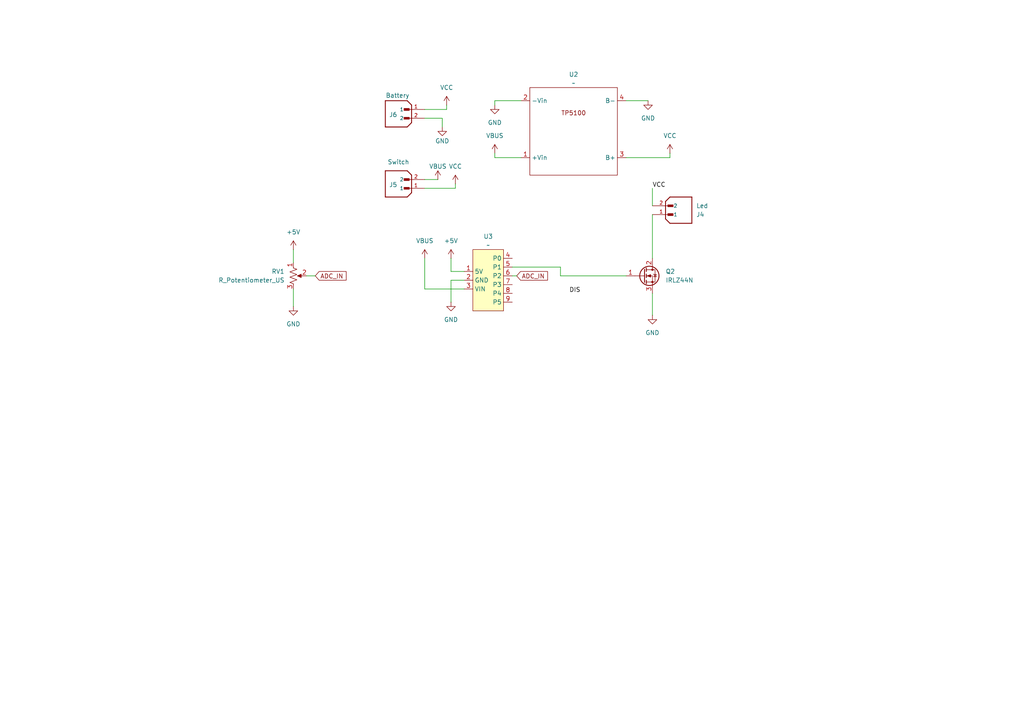
<source format=kicad_sch>
(kicad_sch (version 20231120) (generator "eeschema") (generator_version "8.0")
  (paper "A4")
  (lib_symbols
    (symbol "B2B-XH-A_LF__SN_:B2B-XH-A_LF__SN_" (pin_names (offset 1.016))
      (property "Reference" "J" (at -2.54 6.35 0))
      (property "Value" "B2B-XH-A_LF__SN_" (at -2.54 -5.08 0))
      (symbol "B2B-XH-A_LF__SN__0_0"
        (rectangle (start -3.175 -0.3175) (end -1.5875 0.3175) (stroke (width 0.1)) (fill (type outline)))
        (rectangle (start -3.175 2.2225) (end -1.5875 2.8575) (stroke (width 0.1)) (fill (type outline)))
        (polyline (pts (xy -3.81 -1.27) (xy -2.54 -2.54)) (stroke (width 0.254)))
        (polyline (pts (xy -3.81 3.81) (xy -3.81 -1.27)) (stroke (width 0.254)))
        (polyline (pts (xy -3.81 3.81) (xy -2.54 5.08)) (stroke (width 0.254)))
        (polyline (pts (xy -2.54 -2.54) (xy 3.81 -2.54)) (stroke (width 0.254)))
        (polyline (pts (xy 3.81 -2.54) (xy 3.81 5.08)) (stroke (width 0.254)))
        (polyline (pts (xy 3.81 5.08) (xy -2.54 5.08)) (stroke (width 0.254)))
        (pin passive line (at -7.62 2.54 0) (length 5.08) (name "1") (number "1"))
        (pin passive line (at -7.62 0 0) (length 5.08) (name "2") (number "2"))
      )
    )
    (symbol "Device:R_Potentiometer_US" (pin_names (offset 1.016) hide)
      (property "Reference" "RV" (at -4.445 0 90))
      (property "Value" "R_Potentiometer_US" (at -2.54 0 90))
      (symbol "R_Potentiometer_US_0_1"
        (polyline (pts (xy 0 -2.286) (xy 0 -2.54)))
        (polyline (pts (xy 0 2.54) (xy 0 2.286)))
        (polyline (pts (xy 2.54 0) (xy 1.524 0)))
        (polyline (pts (xy 1.143 0) (xy 2.286 0.508) (xy 2.286 -0.508) (xy 1.143 0)) (fill (type outline)))
        (polyline (pts (xy 0 -0.762) (xy 1.016 -1.143) (xy 0 -1.524) (xy -1.016 -1.905) (xy 0 -2.286)))
        (polyline (pts (xy 0 0.762) (xy 1.016 0.381) (xy 0 0) (xy -1.016 -0.381) (xy 0 -0.762)))
        (polyline (pts (xy 0 2.286) (xy 1.016 1.905) (xy 0 1.524) (xy -1.016 1.143) (xy 0 0.762)))
      )
      (symbol "R_Potentiometer_US_1_1"
        (pin passive line (at 0 3.81 270) (length 1.27) (name "1") (number "1"))
        (pin passive line (at 3.81 0 180) (length 1.27) (name "2") (number "2"))
        (pin passive line (at 0 -3.81 90) (length 1.27) (name "3") (number "3"))
      )
    )
    (symbol "New_Library:ATTiny85-Digispark"
      (property "Reference" "U" (at 4.572 1.27 0))
      (symbol "ATTiny85-Digispark_1_1"
        (rectangle (start 0 12.7) (end 8.89 -5.08) (fill (type background)))
        (pin power_out line (at -2.54 6.35 0) (length 2.54) (name "5V") (number "1"))
        (pin power_out line (at -2.54 3.81 0) (length 2.54) (name "GND") (number "2"))
        (pin power_in line (at -2.54 1.27 0) (length 2.54) (name "VIN") (number "3"))
        (pin bidirectional line (at 11.43 10.16 180) (length 2.54) (name "P0") (number "4"))
        (pin bidirectional line (at 11.43 7.62 180) (length 2.54) (name "P1") (number "5"))
        (pin bidirectional line (at 11.43 5.08 180) (length 2.54) (name "P2") (number "6"))
        (pin bidirectional line (at 11.43 2.54 180) (length 2.54) (name "P3") (number "7"))
        (pin bidirectional line (at 11.43 0 180) (length 2.54) (name "P4") (number "8"))
        (pin bidirectional line (at 11.43 -2.54 180) (length 2.54) (name "P5") (number "9"))
      )
    )
    (symbol "Transistor_FET:IRLZ44N" (pin_names hide)
      (property "Reference" "Q" (at 5.08 1.905 0))
      (property "Value" "IRLZ44N" (at 5.08 0 0))
      (symbol "IRLZ44N_0_1"
        (polyline (pts (xy 0.254 0) (xy -2.54 0)))
        (polyline (pts (xy 0.254 1.905) (xy 0.254 -1.905)) (stroke (width 0.254)))
        (polyline (pts (xy 0.762 -1.27) (xy 0.762 -2.286)) (stroke (width 0.254)))
        (polyline (pts (xy 0.762 0.508) (xy 0.762 -0.508)) (stroke (width 0.254)))
        (polyline (pts (xy 0.762 2.286) (xy 0.762 1.27)) (stroke (width 0.254)))
        (polyline (pts (xy 2.54 2.54) (xy 2.54 1.778)))
        (polyline (pts (xy 2.54 -2.54) (xy 2.54 0) (xy 0.762 0)))
        (polyline (pts (xy 0.762 -1.778) (xy 3.302 -1.778) (xy 3.302 1.778) (xy 0.762 1.778)))
        (polyline (pts (xy 1.016 0) (xy 2.032 0.381) (xy 2.032 -0.381) (xy 1.016 0)) (fill (type outline)))
        (polyline (pts (xy 2.794 0.508) (xy 2.921 0.381) (xy 3.683 0.381) (xy 3.81 0.254)))
        (polyline (pts (xy 3.302 0.381) (xy 2.921 -0.254) (xy 3.683 -0.254) (xy 3.302 0.381)))
        (circle (center 1.651 0) (radius 2.794) (stroke (width 0.254)))
        (circle (center 2.54 -1.778) (radius 0.254) (fill (type outline)))
        (circle (center 2.54 1.778) (radius 0.254) (fill (type outline)))
      )
      (symbol "IRLZ44N_1_1"
        (pin input line (at -5.08 0 0) (length 2.54) (name "G") (number "1"))
        (pin passive line (at 2.54 5.08 270) (length 2.54) (name "D") (number "2"))
        (pin passive line (at 2.54 -5.08 90) (length 2.54) (name "S") (number "3"))
      )
    )
    (symbol "User:TP5100"
      (property "Reference" "U" (at 0 0 0))
      (symbol "TP5100_0_1"
        (rectangle (start -12.7 12.7) (end 12.7 -12.7))
      )
      (symbol "TP5100_1_1"
        (text "TP5100\n" (at 0 5.334 0) (effects (font (size 1.27 1.27))))
        (pin power_in line (at -15.24 -7.62 0) (length 2.54) (name "+Vin") (number "1"))
        (pin power_in line (at -15.24 8.89 0) (length 2.54) (name "-Vin") (number "2"))
        (pin power_out line (at 15.24 -7.62 180) (length 2.54) (name "B+") (number "3"))
        (pin power_out line (at 15.24 8.89 180) (length 2.54) (name "B-") (number "4"))
      )
    )
    (symbol "power:+5V" (power) (pin_numbers hide) (pin_names (offset 0) hide)
      (property "Value" "+5V" (at 0 3.556 0))
      (symbol "+5V_0_1"
        (polyline (pts (xy -0.762 1.27) (xy 0 2.54)))
        (polyline (pts (xy 0 0) (xy 0 2.54)))
        (polyline (pts (xy 0 2.54) (xy 0.762 1.27)))
      )
      (symbol "+5V_1_1"
        (pin power_in line (at 0 0 90) (length 0) (name "~") (number "1"))
      )
    )
    (symbol "power:GND" (power) (pin_numbers hide) (pin_names (offset 0) hide)
      (property "Value" "GND" (at 0 -3.81 0))
      (symbol "GND_0_1"
        (polyline (pts (xy 0 0) (xy 0 -1.27) (xy 1.27 -1.27) (xy 0 -2.54) (xy -1.27 -1.27) (xy 0 -1.27)))
      )
      (symbol "GND_1_1"
        (pin power_in line (at 0 0 270) (length 0) (name "~") (number "1"))
      )
    )
    (symbol "power:VBUS" (power) (pin_numbers hide) (pin_names (offset 0) hide)
      (property "Value" "VBUS" (at 0 3.556 0))
      (symbol "VBUS_0_1"
        (polyline (pts (xy -0.762 1.27) (xy 0 2.54)))
        (polyline (pts (xy 0 0) (xy 0 2.54)))
        (polyline (pts (xy 0 2.54) (xy 0.762 1.27)))
      )
      (symbol "VBUS_1_1"
        (pin power_in line (at 0 0 90) (length 0) (name "~") (number "1"))
      )
    )
    (symbol "power:VCC" (power) (pin_numbers hide) (pin_names (offset 0) hide)
      (property "Value" "VCC" (at 0 3.556 0))
      (symbol "VCC_0_1"
        (polyline (pts (xy -0.762 1.27) (xy 0 2.54)))
        (polyline (pts (xy 0 0) (xy 0 2.54)))
        (polyline (pts (xy 0 2.54) (xy 0.762 1.27)))
      )
      (symbol "VCC_1_1"
        (pin power_in line (at 0 0 90) (length 0) (name "~") (number "1"))
      )
    )
  )
  (wire (pts (xy 143.51 44.45) (xy 143.51 45.72)))
  (wire (pts (xy 123.19 34.29) (xy 128.27 34.29)))
  (wire (pts (xy 130.81 74.93) (xy 130.81 78.74)))
  (wire (pts (xy 88.9 80.01) (xy 91.44 80.01)))
  (wire (pts (xy 189.23 59.69) (xy 189.23 54.61)))
  (wire (pts (xy 132.08 54.61) (xy 132.08 53.34)))
  (wire (pts (xy 189.23 85.09) (xy 189.23 91.44)))
  (wire (pts (xy 134.62 81.28) (xy 130.81 81.28)))
  (wire (pts (xy 123.19 83.82) (xy 134.62 83.82)))
  (wire (pts (xy 129.54 30.48) (xy 129.54 31.75)))
  (wire (pts (xy 123.19 52.07) (xy 127 52.07)))
  (wire (pts (xy 143.51 29.21) (xy 143.51 30.48)))
  (wire (pts (xy 194.31 45.72) (xy 194.31 44.45)))
  (wire (pts (xy 123.19 54.61) (xy 132.08 54.61)))
  (wire (pts (xy 123.19 74.93) (xy 123.19 83.82)))
  (wire (pts (xy 189.23 62.23) (xy 189.23 74.93)))
  (wire (pts (xy 181.61 29.21) (xy 187.96 29.21)))
  (wire (pts (xy 148.59 77.47) (xy 162.56 77.47)))
  (wire (pts (xy 128.27 34.29) (xy 128.27 36.83)))
  (wire (pts (xy 162.56 80.01) (xy 162.56 77.47)))
  (wire (pts (xy 85.09 72.39) (xy 85.09 76.2)))
  (wire (pts (xy 123.19 31.75) (xy 129.54 31.75)))
  (wire (pts (xy 162.56 80.01) (xy 181.61 80.01)))
  (wire (pts (xy 143.51 45.72) (xy 151.13 45.72)))
  (wire (pts (xy 143.51 29.21) (xy 151.13 29.21)))
  (wire (pts (xy 130.81 78.74) (xy 134.62 78.74)))
  (wire (pts (xy 130.81 81.28) (xy 130.81 87.63)))
  (wire (pts (xy 181.61 45.72) (xy 194.31 45.72)))
  (wire (pts (xy 85.09 83.82) (xy 85.09 88.9)))
  (wire (pts (xy 148.59 80.01) (xy 149.86 80.01)))
  (label "DIS" (at 165.1 85.09 0))
  (label "VCC" (at 189.23 54.61 0))
  (global_label "ADC_IN" (shape input) (at 149.86 80.01 0) (property "Intersheetrefs" "${INTERSHEET_REFS}" (effects (hide yes))))
  (global_label "ADC_IN" (shape input) (at 91.44 80.01 0) (property "Intersheetrefs" "${INTERSHEET_REFS}" (effects (hide yes))))
  (symbol (lib_id "power:VBUS") (at 127 52.07 0) (unit 1)
    (property "Reference" "#PWR013" (effects (hide yes)))
    (property "Value" "VBUS" (at 127 48.26 0))
    (property "Description" "Power symbol creates a global label with name \"VBUS\"" (effects (hide yes)))
  )
  (symbol (lib_id "New_Library:ATTiny85-Digispark") (at 137.16 85.09 0) (unit 1)
    (property "Reference" "U3" (at 141.605 68.58 0))
    (property "Value" "~" (at 141.605 71.12 0))
    (property "Footprint" "gynoCam:attiny85-digispark" (effects (hide yes)))
  )
  (symbol (lib_id "power:VCC") (at 129.54 30.48 0) (unit 1)
    (property "Reference" "#PWR011" (effects (hide yes)))
    (property "Value" "VCC" (at 129.54 25.4 0))
    (property "Description" "Power symbol creates a global label with name \"VCC\"" (effects (hide yes)))
  )
  (symbol (lib_id "Transistor_FET:IRLZ44N") (at 186.69 80.01 0) (unit 1)
    (property "Reference" "Q2" (at 193.04 78.7399 0) (effects (justify left)))
    (property "Value" "IRLZ44N" (at 193.04 81.2799 0) (effects (justify left)))
    (property "Footprint" "Package_TO_SOT_THT:TO-220-3_Vertical" (effects (hide yes)))
    (property "Datasheet" "http://www.irf.com/product-info/datasheets/data/irlz44n.pdf" (effects (hide yes)))
    (property "Description" "47A Id, 55V Vds, 22mOhm Rds Single N-Channel HEXFET Power MOSFET, TO-220AB" (effects (hide yes)))
  )
  (symbol (lib_id "power:GND") (at 128.27 36.83 0) (unit 1)
    (property "Reference" "#PWR06" (effects (hide yes)))
    (property "Value" "GND" (at 128.27 40.894 0))
    (property "Description" "Power symbol creates a global label with name \"GND\" , ground" (effects (hide yes)))
  )
  (symbol (lib_id "B2B-XH-A_LF__SN_:B2B-XH-A_LF__SN_") (at 115.57 34.29 0) (mirror y) (unit 1)
    (property "Reference" "J6" (at 114.046 33.274 0))
    (property "Value" "Battery" (at 115.316 27.686 0))
    (property "Footprint" "Connector_Molex:Molex_KK-254_AE-6410-02A_1x02_P2.54mm_Vertical" (effects (hide yes)))
    (property "MF" "JST Sales America Inc." (effects (hide yes)))
    (property "MAXIMUM_PACKAGE_HEIGHT" "7 mm" (effects (hide yes)))
    (property "Package" "None" (effects (hide yes)))
    (property "Price" "None" (effects (hide yes)))
    (property "Check_prices" "https://www.snapeda.com/parts/B2B-XH-A(LF)(SN)/JST+Sales+America+Inc./view-part/?ref=eda" (effects (hide yes)))
    (property "STANDARD" "Manufacturer Recommendations" (effects (hide yes)))
    (property "PARTREV" "N/A" (effects (hide yes)))
    (property "SnapEDA_Link" "https://www.snapeda.com/parts/B2B-XH-A(LF)(SN)/JST+Sales+America+Inc./view-part/?ref=snap" (effects (hide yes)))
    (property "MP" "B2B-XH-A(LF)(SN)" (effects (hide yes)))
    (property "Purchase-URL" "https://www.snapeda.com/api/url_track_click_mouser/?unipart_id=7154244&manufacturer=JST Sales America Inc.&part_name=B2B-XH-A(LF)(SN)&search_term=jst" (effects (hide yes)))
    (property "Description_1" "\nConnector Header Through Hole 2 position 0.098 (2.50mm)\n" (effects (hide yes)))
    (property "Availability" "In Stock" (effects (hide yes)))
    (property "MANUFACTURER" "JST Sales America Inc." (effects (hide yes)))
  )
  (symbol (lib_id "power:+5V") (at 130.81 74.93 0) (unit 1)
    (property "Reference" "#PWR03" (effects (hide yes)))
    (property "Value" "+5V" (at 130.81 69.85 0))
    (property "Description" "Power symbol creates a global label with name \"+5V\"" (effects (hide yes)))
  )
  (symbol (lib_id "power:VCC") (at 194.31 44.45 0) (unit 1)
    (property "Reference" "#PWR09" (effects (hide yes)))
    (property "Value" "VCC" (at 194.31 39.37 0))
    (property "Description" "Power symbol creates a global label with name \"VCC\"" (effects (hide yes)))
  )
  (symbol (lib_id "power:VBUS") (at 123.19 74.93 0) (unit 1)
    (property "Reference" "#PWR012" (effects (hide yes)))
    (property "Value" "VBUS" (at 123.19 69.85 0))
    (property "Description" "Power symbol creates a global label with name \"VBUS\"" (effects (hide yes)))
  )
  (symbol (lib_id "power:VBUS") (at 143.51 44.45 0) (unit 1)
    (property "Reference" "#PWR010" (effects (hide yes)))
    (property "Value" "VBUS" (at 143.51 39.37 0))
    (property "Description" "Power symbol creates a global label with name \"VBUS\"" (effects (hide yes)))
  )
  (symbol (lib_id "B2B-XH-A_LF__SN_:B2B-XH-A_LF__SN_") (at 115.57 52.07 180) (unit 1)
    (property "Reference" "J5" (at 114.046 53.594 0))
    (property "Value" "Switch" (at 115.57 46.99 0))
    (property "Footprint" "Connector_Molex:Molex_KK-254_AE-6410-02A_1x02_P2.54mm_Vertical" (effects (hide yes)))
    (property "MF" "JST Sales America Inc." (effects (hide yes)))
    (property "MAXIMUM_PACKAGE_HEIGHT" "7 mm" (effects (hide yes)))
    (property "Package" "None" (effects (hide yes)))
    (property "Price" "None" (effects (hide yes)))
    (property "Check_prices" "https://www.snapeda.com/parts/B2B-XH-A(LF)(SN)/JST+Sales+America+Inc./view-part/?ref=eda" (effects (hide yes)))
    (property "STANDARD" "Manufacturer Recommendations" (effects (hide yes)))
    (property "PARTREV" "N/A" (effects (hide yes)))
    (property "SnapEDA_Link" "https://www.snapeda.com/parts/B2B-XH-A(LF)(SN)/JST+Sales+America+Inc./view-part/?ref=snap" (effects (hide yes)))
    (property "MP" "B2B-XH-A(LF)(SN)" (effects (hide yes)))
    (property "Purchase-URL" "https://www.snapeda.com/api/url_track_click_mouser/?unipart_id=7154244&manufacturer=JST Sales America Inc.&part_name=B2B-XH-A(LF)(SN)&search_term=jst" (effects (hide yes)))
    (property "Description_1" "\nConnector Header Through Hole 2 position 0.098 (2.50mm)\n" (effects (hide yes)))
    (property "Availability" "In Stock" (effects (hide yes)))
    (property "MANUFACTURER" "JST Sales America Inc." (effects (hide yes)))
  )
  (symbol (lib_id "B2B-XH-A_LF__SN_:B2B-XH-A_LF__SN_") (at 196.85 59.69 0) (mirror x) (unit 1)
    (property "Reference" "J4" (at 201.93 62.2301 0) (effects (justify left)))
    (property "Value" "Led" (at 201.93 59.6901 0) (effects (justify left)))
    (property "Footprint" "Connector_Molex:Molex_KK-254_AE-6410-02A_1x02_P2.54mm_Vertical" (effects (hide yes)))
    (property "MF" "JST Sales America Inc." (effects (hide yes)))
    (property "MAXIMUM_PACKAGE_HEIGHT" "7 mm" (effects (hide yes)))
    (property "Package" "None" (effects (hide yes)))
    (property "Price" "None" (effects (hide yes)))
    (property "Check_prices" "https://www.snapeda.com/parts/B2B-XH-A(LF)(SN)/JST+Sales+America+Inc./view-part/?ref=eda" (effects (hide yes)))
    (property "STANDARD" "Manufacturer Recommendations" (effects (hide yes)))
    (property "PARTREV" "N/A" (effects (hide yes)))
    (property "SnapEDA_Link" "https://www.snapeda.com/parts/B2B-XH-A(LF)(SN)/JST+Sales+America+Inc./view-part/?ref=snap" (effects (hide yes)))
    (property "MP" "B2B-XH-A(LF)(SN)" (effects (hide yes)))
    (property "Purchase-URL" "https://www.snapeda.com/api/url_track_click_mouser/?unipart_id=7154244&manufacturer=JST Sales America Inc.&part_name=B2B-XH-A(LF)(SN)&search_term=jst" (effects (hide yes)))
    (property "Description_1" "\nConnector Header Through Hole 2 position 0.098 (2.50mm)\n" (effects (hide yes)))
    (property "Availability" "In Stock" (effects (hide yes)))
    (property "MANUFACTURER" "JST Sales America Inc." (effects (hide yes)))
  )
  (symbol (lib_id "Device:R_Potentiometer_US") (at 85.09 80.01 0) (unit 1)
    (property "Reference" "RV1" (at 82.55 78.7399 0) (effects (justify right)))
    (property "Value" "R_Potentiometer_US" (at 82.55 81.2799 0) (effects (justify right)))
    (property "Footprint" "Connector_Molex:Molex_KK-254_AE-6410-03A_1x03_P2.54mm_Vertical" (effects (hide yes)))
    (property "Description" "Potentiometer, US symbol" (effects (hide yes)))
  )
  (symbol (lib_id "power:GND") (at 85.09 88.9 0) (unit 1)
    (property "Reference" "#PWR02" (effects (hide yes)))
    (property "Value" "GND" (at 85.09 93.98 0))
    (property "Description" "Power symbol creates a global label with name \"GND\" , ground" (effects (hide yes)))
  )
  (symbol (lib_id "power:VCC") (at 132.08 53.34 0) (unit 1)
    (property "Reference" "#PWR014" (effects (hide yes)))
    (property "Value" "VCC" (at 132.08 48.26 0))
    (property "Description" "Power symbol creates a global label with name \"VCC\"" (effects (hide yes)))
  )
  (symbol (lib_id "power:GND") (at 187.96 29.21 0) (unit 1)
    (property "Reference" "#PWR07" (effects (hide yes)))
    (property "Value" "GND" (at 187.96 34.29 0))
    (property "Description" "Power symbol creates a global label with name \"GND\" , ground" (effects (hide yes)))
  )
  (symbol (lib_id "power:GND") (at 143.51 30.48 0) (unit 1)
    (property "Reference" "#PWR08" (effects (hide yes)))
    (property "Value" "GND" (at 143.51 35.56 0))
    (property "Description" "Power symbol creates a global label with name \"GND\" , ground" (effects (hide yes)))
  )
  (symbol (lib_id "power:+5V") (at 85.09 72.39 0) (unit 1)
    (property "Reference" "#PWR01" (effects (hide yes)))
    (property "Value" "+5V" (at 85.09 67.31 0))
    (property "Description" "Power symbol creates a global label with name \"+5V\"" (effects (hide yes)))
  )
  (symbol (lib_id "User:TP5100") (at 166.37 38.1 0) (unit 1)
    (property "Reference" "U2" (at 166.37 21.59 0))
    (property "Value" "~" (at 166.37 24.13 0))
    (property "Footprint" "User:TP5100" (effects (hide yes)))
  )
  (symbol (lib_id "power:GND") (at 189.23 91.44 0) (unit 1)
    (property "Reference" "#PWR05" (effects (hide yes)))
    (property "Value" "GND" (at 189.23 96.52 0))
    (property "Description" "Power symbol creates a global label with name \"GND\" , ground" (effects (hide yes)))
  )
  (symbol (lib_id "power:GND") (at 130.81 87.63 0) (unit 1)
    (property "Reference" "#PWR04" (effects (hide yes)))
    (property "Value" "GND" (at 130.81 92.71 0))
    (property "Description" "Power symbol creates a global label with name \"GND\" , ground" (effects (hide yes)))
  )
)
</source>
